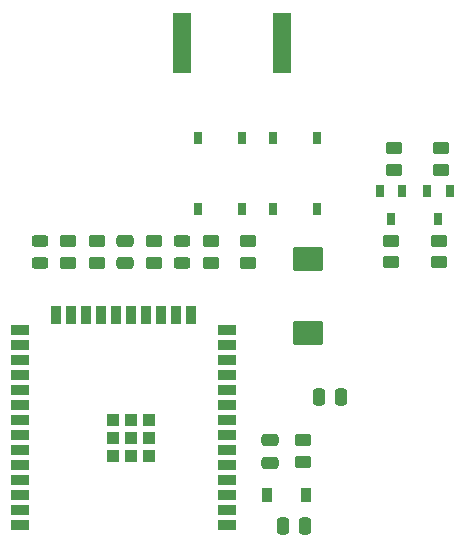
<source format=gtp>
G04 #@! TF.GenerationSoftware,KiCad,Pcbnew,(7.0.0-0)*
G04 #@! TF.CreationDate,2023-06-06T22:54:07+02:00*
G04 #@! TF.ProjectId,ithowifi_4l_v21_tht,6974686f-7769-4666-995f-346c5f763231,rev?*
G04 #@! TF.SameCoordinates,Original*
G04 #@! TF.FileFunction,Paste,Top*
G04 #@! TF.FilePolarity,Positive*
%FSLAX46Y46*%
G04 Gerber Fmt 4.6, Leading zero omitted, Abs format (unit mm)*
G04 Created by KiCad (PCBNEW (7.0.0-0)) date 2023-06-06 22:54:07*
%MOMM*%
%LPD*%
G01*
G04 APERTURE LIST*
G04 Aperture macros list*
%AMRoundRect*
0 Rectangle with rounded corners*
0 $1 Rounding radius*
0 $2 $3 $4 $5 $6 $7 $8 $9 X,Y pos of 4 corners*
0 Add a 4 corners polygon primitive as box body*
4,1,4,$2,$3,$4,$5,$6,$7,$8,$9,$2,$3,0*
0 Add four circle primitives for the rounded corners*
1,1,$1+$1,$2,$3*
1,1,$1+$1,$4,$5*
1,1,$1+$1,$6,$7*
1,1,$1+$1,$8,$9*
0 Add four rect primitives between the rounded corners*
20,1,$1+$1,$2,$3,$4,$5,0*
20,1,$1+$1,$4,$5,$6,$7,0*
20,1,$1+$1,$6,$7,$8,$9,0*
20,1,$1+$1,$8,$9,$2,$3,0*%
G04 Aperture macros list end*
%ADD10RoundRect,0.250000X1.025000X-0.787500X1.025000X0.787500X-1.025000X0.787500X-1.025000X-0.787500X0*%
%ADD11R,0.700000X1.000000*%
%ADD12RoundRect,0.250000X-0.450000X0.262500X-0.450000X-0.262500X0.450000X-0.262500X0.450000X0.262500X0*%
%ADD13R,1.500000X0.900000*%
%ADD14R,0.900000X1.500000*%
%ADD15R,1.050000X1.050000*%
%ADD16RoundRect,0.243750X0.456250X-0.243750X0.456250X0.243750X-0.456250X0.243750X-0.456250X-0.243750X0*%
%ADD17R,0.750000X1.000000*%
%ADD18RoundRect,0.250000X0.250000X0.475000X-0.250000X0.475000X-0.250000X-0.475000X0.250000X-0.475000X0*%
%ADD19RoundRect,0.250000X0.450000X-0.262500X0.450000X0.262500X-0.450000X0.262500X-0.450000X-0.262500X0*%
%ADD20RoundRect,0.250000X0.475000X-0.250000X0.475000X0.250000X-0.475000X0.250000X-0.475000X-0.250000X0*%
%ADD21RoundRect,0.250000X-0.250000X-0.475000X0.250000X-0.475000X0.250000X0.475000X-0.250000X0.475000X0*%
%ADD22R,0.900000X1.200000*%
%ADD23R,1.500000X5.080000*%
G04 APERTURE END LIST*
D10*
X111632000Y-132343000D03*
X111632000Y-126118000D03*
D11*
X119608599Y-120338999D03*
X117708599Y-120338999D03*
X118658599Y-122738999D03*
D12*
X118872000Y-116711900D03*
X118872000Y-118536900D03*
D13*
X104727599Y-148613599D03*
X104727599Y-147343599D03*
X104727599Y-146073599D03*
X104727599Y-144803599D03*
X104727599Y-143533599D03*
X104727599Y-142263599D03*
X104727599Y-140993599D03*
X104727599Y-139723599D03*
X104727599Y-138453599D03*
X104727599Y-137183599D03*
X104727599Y-135913599D03*
X104727599Y-134643599D03*
X104727599Y-133373599D03*
X104727599Y-132103599D03*
D14*
X101697599Y-130853599D03*
X100427599Y-130853599D03*
X99157599Y-130853599D03*
X97887599Y-130853599D03*
X96617599Y-130853599D03*
X95347599Y-130853599D03*
X94077599Y-130853599D03*
X92807599Y-130853599D03*
X91537599Y-130853599D03*
X90267599Y-130853599D03*
D13*
X87227599Y-132103599D03*
X87227599Y-133373599D03*
X87227599Y-134643599D03*
X87227599Y-135913599D03*
X87227599Y-137183599D03*
X87227599Y-138453599D03*
X87227599Y-139723599D03*
X87227599Y-140993599D03*
X87227599Y-142263599D03*
X87227599Y-143533599D03*
X87227599Y-144803599D03*
X87227599Y-146073599D03*
X87227599Y-147343599D03*
X87227599Y-148613599D03*
D15*
X95132599Y-139748599D03*
X98182599Y-142798599D03*
X95132599Y-142798599D03*
X96657599Y-139748599D03*
X96657599Y-141273599D03*
X98182599Y-139748599D03*
X96657599Y-142798599D03*
X95132599Y-141273599D03*
X98182599Y-141273599D03*
D12*
X91313000Y-124588900D03*
X91313000Y-126413900D03*
X106536000Y-124597500D03*
X106536000Y-126422500D03*
X118618000Y-124548500D03*
X118618000Y-126373500D03*
D16*
X88900000Y-126438900D03*
X88900000Y-124563900D03*
D17*
X108665399Y-121871999D03*
X108665399Y-115871999D03*
X112415399Y-121871999D03*
X112415399Y-115871999D03*
D18*
X114432000Y-137768000D03*
X112532000Y-137768000D03*
D11*
X123606599Y-120338999D03*
X121706599Y-120338999D03*
X122656599Y-122738999D03*
D19*
X122859800Y-118536900D03*
X122859800Y-116711900D03*
D12*
X122682000Y-124548500D03*
X122682000Y-126373500D03*
D20*
X96139000Y-126451400D03*
X96139000Y-124551400D03*
D19*
X98552000Y-126428000D03*
X98552000Y-124603000D03*
D21*
X109486900Y-148751000D03*
X111386900Y-148751000D03*
D20*
X108377500Y-143351000D03*
X108377500Y-141451000D03*
D22*
X111425499Y-146083999D03*
X108125499Y-146083999D03*
D19*
X111171500Y-143290000D03*
X111171500Y-141465000D03*
X93726000Y-126413900D03*
X93726000Y-124588900D03*
X103378000Y-126428000D03*
X103378000Y-124603000D03*
D16*
X100965000Y-126453000D03*
X100965000Y-124578000D03*
D17*
X106014999Y-121871999D03*
X106014999Y-115871999D03*
X102264999Y-121871999D03*
X102264999Y-115871999D03*
D23*
X100931399Y-107848399D03*
X109431399Y-107848399D03*
M02*

</source>
